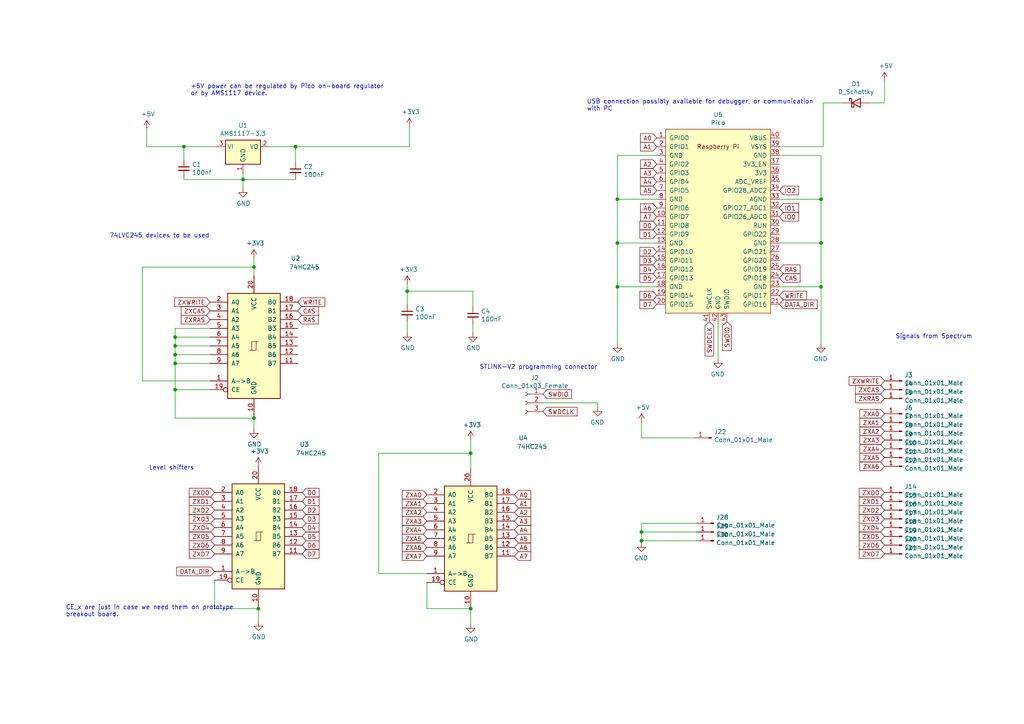
<source format=kicad_sch>
(kicad_sch (version 20231120) (generator "eeschema") (generator_version "8.0")
  (paper "A4")
  (title_block (date "2025-09-17") (comment 1 "https://github.com/blackjetrock/zx-spectrum-pico-memory") (comment 2 "This design originally by Andrew Menadue"))
  (lib_symbols
    (symbol "74xx:74HC245" (pin_names (offset 1.016))
      (property "Reference" "U" (at -7.62 16.51 0))
      (property "Value" "74HC245" (at -7.62 -16.51 0))
      (symbol "74HC245_1_0"
        (polyline (pts (xy -0.635 -1.27) (xy -0.635 1.27) (xy 0.635 1.27)))
        (polyline (pts (xy -1.27 -1.27) (xy 0.635 -1.27) (xy 0.635 1.27) (xy 1.27 1.27)))
        (pin input line (at -12.7 -10.16 0) (length 5.08) (name "A->B") (number "1"))
        (pin power_in line (at 0 -20.32 90) (length 5.08) (name "GND") (number "10"))
        (pin tri_state line (at 12.7 -5.08 180) (length 5.08) (name "B7") (number "11"))
        (pin tri_state line (at 12.7 -2.54 180) (length 5.08) (name "B6") (number "12"))
        (pin tri_state line (at 12.7 0 180) (length 5.08) (name "B5") (number "13"))
        (pin tri_state line (at 12.7 2.54 180) (length 5.08) (name "B4") (number "14"))
        (pin tri_state line (at 12.7 5.08 180) (length 5.08) (name "B3") (number "15"))
        (pin tri_state line (at 12.7 7.62 180) (length 5.08) (name "B2") (number "16"))
        (pin tri_state line (at 12.7 10.16 180) (length 5.08) (name "B1") (number "17"))
        (pin tri_state line (at 12.7 12.7 180) (length 5.08) (name "B0") (number "18"))
        (pin input inverted (at -12.7 -12.7 0) (length 5.08) (name "CE") (number "19"))
        (pin tri_state line (at -12.7 12.7 0) (length 5.08) (name "A0") (number "2"))
        (pin power_in line (at 0 20.32 270) (length 5.08) (name "VCC") (number "20"))
        (pin tri_state line (at -12.7 10.16 0) (length 5.08) (name "A1") (number "3"))
        (pin tri_state line (at -12.7 7.62 0) (length 5.08) (name "A2") (number "4"))
        (pin tri_state line (at -12.7 5.08 0) (length 5.08) (name "A3") (number "5"))
        (pin tri_state line (at -12.7 2.54 0) (length 5.08) (name "A4") (number "6"))
        (pin tri_state line (at -12.7 0 0) (length 5.08) (name "A5") (number "7"))
        (pin tri_state line (at -12.7 -2.54 0) (length 5.08) (name "A6") (number "8"))
        (pin tri_state line (at -12.7 -5.08 0) (length 5.08) (name "A7") (number "9"))
      )
      (symbol "74HC245_1_1"
        (rectangle (start -7.62 15.24) (end 7.62 -15.24) (stroke (width 0.254)) (fill (type background)))
      )
    )
    (symbol "Device:C_Small" (pin_numbers hide) (pin_names (offset 0.254) hide)
      (property "Reference" "C" (at 0.254 1.778 0))
      (property "Value" "C_Small" (at 0.254 -2.032 0))
      (symbol "C_Small_0_1"
        (polyline (pts (xy -1.524 -0.508) (xy 1.524 -0.508)) (stroke (width 0.3302)))
        (polyline (pts (xy -1.524 0.508) (xy 1.524 0.508)) (stroke (width 0.3048)))
      )
      (symbol "C_Small_1_1"
        (pin passive line (at 0 2.54 270) (length 2.032) (name "~") (number "1"))
        (pin passive line (at 0 -2.54 90) (length 2.032) (name "~") (number "2"))
      )
    )
    (symbol "Device:D_Schottky" (pin_numbers hide) (pin_names (offset 1.016) hide)
      (property "Reference" "D" (at 0 2.54 0))
      (property "Value" "D_Schottky" (at 0 -2.54 0))
      (symbol "D_Schottky_0_1"
        (polyline (pts (xy 1.27 0) (xy -1.27 0)))
        (polyline (pts (xy 1.27 1.27) (xy 1.27 -1.27) (xy -1.27 0) (xy 1.27 1.27)) (stroke (width 0.254)))
        (polyline (pts (xy -1.905 0.635) (xy -1.905 1.27) (xy -1.27 1.27) (xy -1.27 -1.27) (xy -0.635 -1.27) (xy -0.635 -0.635)) (stroke (width 0.254)))
      )
      (symbol "D_Schottky_1_1"
        (pin passive line (at -3.81 0 0) (length 2.54) (name "K") (number "1"))
        (pin passive line (at 3.81 0 180) (length 2.54) (name "A") (number "2"))
      )
    )
    (symbol "Regulator_Linear:AMS1117-3.3"
      (property "Reference" "U" (at -3.81 3.175 0))
      (property "Value" "AMS1117-3.3" (at 0 3.175 0))
      (symbol "AMS1117-3.3_0_1"
        (rectangle (start -5.08 -5.08) (end 5.08 1.905) (stroke (width 0.254)) (fill (type background)))
      )
      (symbol "AMS1117-3.3_1_1"
        (pin power_in line (at 0 -7.62 90) (length 2.54) (name "GND") (number "1"))
        (pin power_out line (at 7.62 0 180) (length 2.54) (name "VO") (number "2"))
        (pin power_in line (at -7.62 0 0) (length 2.54) (name "VI") (number "3"))
      )
    )
    (symbol "zx-memory-16-32-rescue:+3V3-power" (power) (pin_names (offset 0))
      (property "Value" "power_+3V3" (at 0 3.556 0))
      (symbol "+3V3-power_0_1"
        (polyline (pts (xy -0.762 1.27) (xy 0 2.54)))
        (polyline (pts (xy 0 0) (xy 0 2.54)))
        (polyline (pts (xy 0 2.54) (xy 0.762 1.27)))
      )
      (symbol "+3V3-power_1_1"
        (pin power_in line (at 0 0 90) (length 0) hide (name "+3V3") (number "1"))
      )
    )
    (symbol "zx-memory-16-32-rescue:+5V-power" (power) (pin_names (offset 0))
      (property "Value" "power_+5V" (at 0 3.556 0))
      (symbol "+5V-power_0_1"
        (polyline (pts (xy -0.762 1.27) (xy 0 2.54)))
        (polyline (pts (xy 0 0) (xy 0 2.54)))
        (polyline (pts (xy 0 2.54) (xy 0.762 1.27)))
      )
      (symbol "+5V-power_1_1"
        (pin power_in line (at 0 0 90) (length 0) hide (name "+5V") (number "1"))
      )
    )
    (symbol "zx-memory-16-32-rescue:Conn_01x01_Male-Connector" (pin_names (offset 1.016) hide)
      (property "Reference" "J" (at 0 2.54 0))
      (property "Value" "Connector_Conn_01x01_Male" (at 0 -2.54 0))
      (symbol "Conn_01x01_Male-Connector_1_1"
        (polyline (pts (xy 1.27 0) (xy 0.8636 0)) (stroke (width 0.1524)))
        (rectangle (start 0.8636 0.127) (end 0 -0.127) (stroke (width 0.1524)) (fill (type outline)))
        (pin passive line (at 5.08 0 180) (length 3.81) (name "Pin_1") (number "1"))
      )
    )
    (symbol "zx-memory-16-32-rescue:Conn_01x03_Female-Connector" (pin_names (offset 1.016) hide)
      (property "Reference" "J" (at 0 5.08 0))
      (property "Value" "Connector_Conn_01x03_Female" (at 0 -5.08 0))
      (symbol "Conn_01x03_Female-Connector_1_1"
        (arc (start 0 -2.032) (mid -0.508 -2.54) (end 0 -3.048) (stroke (width 0.1524)))
        (polyline (pts (xy -1.27 -2.54) (xy -0.508 -2.54)) (stroke (width 0.1524)))
        (polyline (pts (xy -1.27 0) (xy -0.508 0)) (stroke (width 0.1524)))
        (polyline (pts (xy -1.27 2.54) (xy -0.508 2.54)) (stroke (width 0.1524)))
        (arc (start 0 0.508) (mid -0.508 0) (end 0 -0.508) (stroke (width 0.1524)))
        (arc (start 0 3.048) (mid -0.508 2.54) (end 0 2.032) (stroke (width 0.1524)))
        (pin passive line (at -5.08 2.54 0) (length 3.81) (name "Pin_1") (number "1"))
        (pin passive line (at -5.08 0 0) (length 3.81) (name "Pin_2") (number "2"))
        (pin passive line (at -5.08 -2.54 0) (length 3.81) (name "Pin_3") (number "3"))
      )
    )
    (symbol "zx-memory-16-32-rescue:GND-power" (power) (pin_names (offset 0))
      (property "Value" "power_GND" (at 0 -3.81 0))
      (symbol "GND-power_0_1"
        (polyline (pts (xy 0 0) (xy 0 -1.27) (xy 1.27 -1.27) (xy 0 -2.54) (xy -1.27 -1.27) (xy 0 -1.27)))
      )
      (symbol "GND-power_1_1"
        (pin power_in line (at 0 0 270) (length 0) hide (name "GND") (number "1"))
      )
    )
    (symbol "zx-memory-16-32-rescue:Pico-rp2040" (pin_names (offset 1.016))
      (property "Reference" "U" (at -13.97 27.94 0))
      (property "Value" "rp2040_Pico" (at 0 19.05 0))
      (symbol "Pico-rp2040_0_0"
        (text "Raspberry Pi" (at 0 21.59 0) (effects (font (size 1.27 1.27))))
      )
      (symbol "Pico-rp2040_0_1"
        (rectangle (start -15.24 26.67) (end 15.24 -26.67) (fill (type background)))
      )
      (symbol "Pico-rp2040_1_1"
        (pin bidirectional line (at -17.78 24.13 0) (length 2.54) (name "GPIO0") (number "1"))
        (pin bidirectional line (at -17.78 1.27 0) (length 2.54) (name "GPIO7") (number "10"))
        (pin bidirectional line (at -17.78 -1.27 0) (length 2.54) (name "GPIO8") (number "11"))
        (pin bidirectional line (at -17.78 -3.81 0) (length 2.54) (name "GPIO9") (number "12"))
        (pin power_in line (at -17.78 -6.35 0) (length 2.54) (name "GND") (number "13"))
        (pin bidirectional line (at -17.78 -8.89 0) (length 2.54) (name "GPIO10") (number "14"))
        (pin bidirectional line (at -17.78 -11.43 0) (length 2.54) (name "GPIO11") (number "15"))
        (pin bidirectional line (at -17.78 -13.97 0) (length 2.54) (name "GPIO12") (number "16"))
        (pin bidirectional line (at -17.78 -16.51 0) (length 2.54) (name "GPIO13") (number "17"))
        (pin power_in line (at -17.78 -19.05 0) (length 2.54) (name "GND") (number "18"))
        (pin bidirectional line (at -17.78 -21.59 0) (length 2.54) (name "GPIO14") (number "19"))
        (pin bidirectional line (at -17.78 21.59 0) (length 2.54) (name "GPIO1") (number "2"))
        (pin bidirectional line (at -17.78 -24.13 0) (length 2.54) (name "GPIO15") (number "20"))
        (pin bidirectional line (at 17.78 -24.13 180) (length 2.54) (name "GPIO16") (number "21"))
        (pin bidirectional line (at 17.78 -21.59 180) (length 2.54) (name "GPIO17") (number "22"))
        (pin power_in line (at 17.78 -19.05 180) (length 2.54) (name "GND") (number "23"))
        (pin bidirectional line (at 17.78 -16.51 180) (length 2.54) (name "GPIO18") (number "24"))
        (pin bidirectional line (at 17.78 -13.97 180) (length 2.54) (name "GPIO19") (number "25"))
        (pin bidirectional line (at 17.78 -11.43 180) (length 2.54) (name "GPIO20") (number "26"))
        (pin bidirectional line (at 17.78 -8.89 180) (length 2.54) (name "GPIO21") (number "27"))
        (pin power_in line (at 17.78 -6.35 180) (length 2.54) (name "GND") (number "28"))
        (pin bidirectional line (at 17.78 -3.81 180) (length 2.54) (name "GPIO22") (number "29"))
        (pin power_in line (at -17.78 19.05 0) (length 2.54) (name "GND") (number "3"))
        (pin input line (at 17.78 -1.27 180) (length 2.54) (name "RUN") (number "30"))
        (pin bidirectional line (at 17.78 1.27 180) (length 2.54) (name "GPIO26_ADC0") (number "31"))
        (pin bidirectional line (at 17.78 3.81 180) (length 2.54) (name "GPIO27_ADC1") (number "32"))
        (pin power_in line (at 17.78 6.35 180) (length 2.54) (name "AGND") (number "33"))
        (pin bidirectional line (at 17.78 8.89 180) (length 2.54) (name "GPIO28_ADC2") (number "34"))
        (pin unspecified line (at 17.78 11.43 180) (length 2.54) (name "ADC_VREF") (number "35"))
        (pin unspecified line (at 17.78 13.97 180) (length 2.54) (name "3V3") (number "36"))
        (pin input line (at 17.78 16.51 180) (length 2.54) (name "3V3_EN") (number "37"))
        (pin bidirectional line (at 17.78 19.05 180) (length 2.54) (name "GND") (number "38"))
        (pin unspecified line (at 17.78 21.59 180) (length 2.54) (name "VSYS") (number "39"))
        (pin bidirectional line (at -17.78 16.51 0) (length 2.54) (name "GPIO2") (number "4"))
        (pin unspecified line (at 17.78 24.13 180) (length 2.54) (name "VBUS") (number "40"))
        (pin input line (at -2.54 -29.21 90) (length 2.54) (name "SWCLK") (number "41"))
        (pin power_in line (at 0 -29.21 90) (length 2.54) (name "GND") (number "42"))
        (pin bidirectional line (at 2.54 -29.21 90) (length 2.54) (name "SWDIO") (number "43"))
        (pin bidirectional line (at -17.78 13.97 0) (length 2.54) (name "GPIO3") (number "5"))
        (pin bidirectional line (at -17.78 11.43 0) (length 2.54) (name "GPIO4") (number "6"))
        (pin bidirectional line (at -17.78 8.89 0) (length 2.54) (name "GPIO5") (number "7"))
        (pin power_in line (at -17.78 6.35 0) (length 2.54) (name "GND") (number "8"))
        (pin bidirectional line (at -17.78 3.81 0) (length 2.54) (name "GPIO6") (number "9"))
      )
    )
  )
  (junction (at 136.525 176.53))
  (junction (at 238.125 57.785))
  (junction (at 74.93 176.53))
  (junction (at 85.725 42.545))
  (junction (at 186.055 154.305))
  (junction (at 50.8 105.41))
  (junction (at 50.8 113.03))
  (junction (at 179.07 70.485))
  (junction (at 136.525 131.445))
  (junction (at 179.07 57.785))
  (junction (at 50.8 100.33))
  (junction (at 73.66 121.285))
  (junction (at 73.66 77.47))
  (junction (at 70.485 52.07))
  (junction (at 238.125 83.185))
  (junction (at 53.34 42.545))
  (junction (at 179.07 83.185))
  (junction (at 50.8 102.87))
  (junction (at 238.125 70.485))
  (junction (at 118.11 84.455))
  (junction (at 50.8 97.79))
  (junction (at 186.055 156.845))
  (wire (pts (xy 41.275 77.47) (xy 41.275 110.49)))
  (wire (pts (xy 186.055 156.845) (xy 186.055 157.48)))
  (wire (pts (xy 109.855 131.445) (xy 136.525 131.445)))
  (wire (pts (xy 118.11 96.52) (xy 118.11 93.345)))
  (wire (pts (xy 70.485 54.61) (xy 70.485 52.07)))
  (wire (pts (xy 73.66 80.01) (xy 73.66 77.47)))
  (wire (pts (xy 50.8 100.33) (xy 50.8 102.87)))
  (wire (pts (xy 50.8 97.79) (xy 50.8 100.33)))
  (wire (pts (xy 238.76 29.845) (xy 238.76 42.545)))
  (wire (pts (xy 201.93 151.765) (xy 186.055 151.765)))
  (wire (pts (xy 62.23 176.53) (xy 74.93 176.53)))
  (wire (pts (xy 60.96 102.87) (xy 50.8 102.87)))
  (wire (pts (xy 201.93 154.305) (xy 186.055 154.305)))
  (wire (pts (xy 74.93 176.53) (xy 74.93 180.34)))
  (wire (pts (xy 60.96 110.49) (xy 41.275 110.49)))
  (wire (pts (xy 179.07 83.185) (xy 179.07 70.485)))
  (wire (pts (xy 60.96 95.25) (xy 50.8 95.25)))
  (wire (pts (xy 73.66 77.47) (xy 73.66 74.93)))
  (wire (pts (xy 60.96 113.03) (xy 50.8 113.03)))
  (wire (pts (xy 109.855 131.445) (xy 109.855 166.37)))
  (wire (pts (xy 137.16 96.52) (xy 137.16 93.98)))
  (wire (pts (xy 137.16 84.455) (xy 118.11 84.455)))
  (wire (pts (xy 41.275 77.47) (xy 73.66 77.47)))
  (wire (pts (xy 50.8 113.03) (xy 50.8 121.285)))
  (wire (pts (xy 42.545 42.545) (xy 53.34 42.545)))
  (wire (pts (xy 226.06 45.085) (xy 238.125 45.085)))
  (wire (pts (xy 201.93 156.845) (xy 186.055 156.845)))
  (wire (pts (xy 226.06 70.485) (xy 238.125 70.485)))
  (wire (pts (xy 73.66 121.285) (xy 73.66 124.46)))
  (wire (pts (xy 244.475 29.845) (xy 238.76 29.845)))
  (wire (pts (xy 118.745 36.83) (xy 118.745 42.545)))
  (wire (pts (xy 208.28 93.345) (xy 208.28 104.14)))
  (wire (pts (xy 53.34 42.545) (xy 62.865 42.545)))
  (wire (pts (xy 118.11 84.455) (xy 118.11 82.55)))
  (wire (pts (xy 201.295 127) (xy 186.055 127)))
  (wire (pts (xy 123.825 176.53) (xy 123.825 168.91)))
  (wire (pts (xy 50.8 121.285) (xy 73.66 121.285)))
  (wire (pts (xy 42.545 37.465) (xy 42.545 42.545)))
  (wire (pts (xy 179.07 99.695) (xy 179.07 83.185)))
  (wire (pts (xy 70.485 52.07) (xy 70.485 50.165)))
  (wire (pts (xy 85.725 42.545) (xy 118.745 42.545)))
  (wire (pts (xy 179.07 70.485) (xy 190.5 70.485)))
  (wire (pts (xy 85.725 42.545) (xy 78.105 42.545)))
  (wire (pts (xy 186.055 122.555) (xy 186.055 127)))
  (wire (pts (xy 60.96 100.33) (xy 50.8 100.33)))
  (wire (pts (xy 74.93 175.895) (xy 74.93 176.53)))
  (wire (pts (xy 50.8 95.25) (xy 50.8 97.79)))
  (wire (pts (xy 186.055 154.305) (xy 186.055 156.845)))
  (wire (pts (xy 186.055 151.765) (xy 186.055 154.305)))
  (wire (pts (xy 137.16 88.9) (xy 137.16 84.455)))
  (wire (pts (xy 238.125 70.485) (xy 238.125 57.785)))
  (wire (pts (xy 179.07 83.185) (xy 190.5 83.185)))
  (wire (pts (xy 53.34 52.07) (xy 53.34 51.435)))
  (wire (pts (xy 179.07 57.785) (xy 179.07 45.085)))
  (wire (pts (xy 136.525 176.53) (xy 136.525 180.975)))
  (wire (pts (xy 238.125 83.185) (xy 238.125 70.485)))
  (wire (pts (xy 73.66 120.65) (xy 73.66 121.285)))
  (wire (pts (xy 50.8 102.87) (xy 50.8 105.41)))
  (wire (pts (xy 60.96 105.41) (xy 50.8 105.41)))
  (wire (pts (xy 136.525 176.53) (xy 123.825 176.53)))
  (wire (pts (xy 85.725 46.99) (xy 85.725 42.545)))
  (wire (pts (xy 179.07 45.085) (xy 190.5 45.085)))
  (wire (pts (xy 123.825 166.37) (xy 109.855 166.37)))
  (wire (pts (xy 85.725 52.07) (xy 70.485 52.07)))
  (wire (pts (xy 50.8 97.79) (xy 60.96 97.79)))
  (wire (pts (xy 136.525 135.89) (xy 136.525 131.445)))
  (wire (pts (xy 226.06 57.785) (xy 238.125 57.785)))
  (wire (pts (xy 173.355 116.84) (xy 157.48 116.84)))
  (wire (pts (xy 70.485 52.07) (xy 53.34 52.07)))
  (wire (pts (xy 53.34 46.355) (xy 53.34 42.545)))
  (wire (pts (xy 256.54 29.845) (xy 252.095 29.845)))
  (wire (pts (xy 238.125 57.785) (xy 238.125 45.085)))
  (wire (pts (xy 118.11 88.265) (xy 118.11 84.455)))
  (wire (pts (xy 173.355 118.11) (xy 173.355 116.84)))
  (wire (pts (xy 50.8 105.41) (xy 50.8 113.03)))
  (wire (pts (xy 179.07 70.485) (xy 179.07 57.785)))
  (wire (pts (xy 238.125 99.695) (xy 238.125 83.185)))
  (wire (pts (xy 238.76 42.545) (xy 226.06 42.545)))
  (wire (pts (xy 136.525 131.445) (xy 136.525 127.635)))
  (wire (pts (xy 62.23 168.275) (xy 62.23 176.53)))
  (wire (pts (xy 226.06 83.185) (xy 238.125 83.185)))
  (wire (pts (xy 179.07 57.785) (xy 190.5 57.785)))
  (wire (pts (xy 256.54 23.495) (xy 256.54 29.845)))
  (text "USB connection possibly available for debugger, or communication\nwith PC" (at 170.18 32.385 0) (effects (font (size 1.27 1.27)) (justify left bottom)))
  (text "STLINK-V2 programming connector" (at 139.065 107.315 0) (effects (font (size 1.27 1.27)) (justify left bottom)))
  (text "Signals from Spectrum\n" (at 259.715 98.425 0) (effects (font (size 1.27 1.27)) (justify left bottom)))
  (text "+5V power can be regulated by Pico on-board regulator\nor by AMS1117 device." (at 55.245 27.94 0) (effects (font (size 1.27 1.27)) (justify left bottom)))
  (text "CE_x are just in case we need them on prototype\nbreakout board." (at 19.05 179.07 0) (effects (font (size 1.27 1.27)) (justify left bottom)))
  (text "Level shifters\n" (at 43.18 136.525 0) (effects (font (size 1.27 1.27)) (justify left bottom)))
  (text "74LVC245 devices to be used" (at 31.75 69.215 0) (effects (font (size 1.27 1.27)) (justify left bottom)))
  (global_label "IO1" (shape input) (at 226.06 60.325 0) (property "Intersheetrefs" "${INTERSHEET_REFS}" (effects (hide yes))))
  (global_label "ZXRAS" (shape input) (at 256.54 115.57 180) (property "Intersheetrefs" "${INTERSHEET_REFS}" (effects (hide yes))))
  (global_label "A0" (shape input) (at 149.225 143.51 0) (property "Intersheetrefs" "${INTERSHEET_REFS}" (effects (hide yes))))
  (global_label "A5" (shape input) (at 190.5 55.245 180) (property "Intersheetrefs" "${INTERSHEET_REFS}" (effects (hide yes))))
  (global_label "ZXD0" (shape input) (at 256.54 142.875 180) (property "Intersheetrefs" "${INTERSHEET_REFS}" (effects (hide yes))))
  (global_label "SWDCLK" (shape input) (at 157.48 119.38 0) (property "Intersheetrefs" "${INTERSHEET_REFS}" (effects (hide yes))))
  (global_label "IO2" (shape input) (at 226.06 55.245 0) (property "Intersheetrefs" "${INTERSHEET_REFS}" (effects (hide yes))))
  (global_label "A5" (shape input) (at 149.225 156.21 0) (property "Intersheetrefs" "${INTERSHEET_REFS}" (effects (hide yes))))
  (global_label "DATA_DIR" (shape input) (at 62.23 165.735 180) (property "Intersheetrefs" "${INTERSHEET_REFS}" (effects (hide yes))))
  (global_label "A4" (shape input) (at 190.5 52.705 180) (property "Intersheetrefs" "${INTERSHEET_REFS}" (effects (hide yes))))
  (global_label "ZXD2" (shape input) (at 256.54 147.955 180) (property "Intersheetrefs" "${INTERSHEET_REFS}" (effects (hide yes))))
  (global_label "ZXA6" (shape input) (at 123.825 158.75 180) (property "Intersheetrefs" "${INTERSHEET_REFS}" (effects (hide yes))))
  (global_label "A6" (shape input) (at 190.5 60.325 180) (property "Intersheetrefs" "${INTERSHEET_REFS}" (effects (hide yes))))
  (global_label "RAS" (shape input) (at 226.06 78.105 0) (property "Intersheetrefs" "${INTERSHEET_REFS}" (effects (hide yes))))
  (global_label "D3" (shape input) (at 190.5 75.565 180) (property "Intersheetrefs" "${INTERSHEET_REFS}" (effects (hide yes))))
  (global_label "ZXD7" (shape input) (at 256.54 160.655 180) (property "Intersheetrefs" "${INTERSHEET_REFS}" (effects (hide yes))))
  (global_label "CAS" (shape input) (at 226.06 80.645 0) (property "Intersheetrefs" "${INTERSHEET_REFS}" (effects (hide yes))))
  (global_label "ZXD2" (shape input) (at 62.23 147.955 180) (property "Intersheetrefs" "${INTERSHEET_REFS}" (effects (hide yes))))
  (global_label "D0" (shape input) (at 190.5 65.405 180) (property "Intersheetrefs" "${INTERSHEET_REFS}" (effects (hide yes))))
  (global_label "ZXD4" (shape input) (at 256.54 153.035 180) (property "Intersheetrefs" "${INTERSHEET_REFS}" (effects (hide yes))))
  (global_label "ZXA3" (shape input) (at 256.54 127.635 180) (property "Intersheetrefs" "${INTERSHEET_REFS}" (effects (hide yes))))
  (global_label "SWDIO" (shape input) (at 210.82 93.345 270) (property "Intersheetrefs" "${INTERSHEET_REFS}" (effects (hide yes))))
  (global_label "ZXD3" (shape input) (at 62.23 150.495 180) (property "Intersheetrefs" "${INTERSHEET_REFS}" (effects (hide yes))))
  (global_label "SWDIO" (shape input) (at 157.48 114.3 0) (property "Intersheetrefs" "${INTERSHEET_REFS}" (effects (hide yes))))
  (global_label "ZXCAS" (shape input) (at 256.54 113.03 180) (property "Intersheetrefs" "${INTERSHEET_REFS}" (effects (hide yes))))
  (global_label "D7" (shape input) (at 190.5 88.265 180) (property "Intersheetrefs" "${INTERSHEET_REFS}" (effects (hide yes))))
  (global_label "ZXA4" (shape input) (at 123.825 153.67 180) (property "Intersheetrefs" "${INTERSHEET_REFS}" (effects (hide yes))))
  (global_label "D2" (shape input) (at 190.5 73.025 180) (property "Intersheetrefs" "${INTERSHEET_REFS}" (effects (hide yes))))
  (global_label "ZXD5" (shape input) (at 256.54 155.575 180) (property "Intersheetrefs" "${INTERSHEET_REFS}" (effects (hide yes))))
  (global_label "D1" (shape input) (at 87.63 145.415 0) (property "Intersheetrefs" "${INTERSHEET_REFS}" (effects (hide yes))))
  (global_label "ZXD4" (shape input) (at 62.23 153.035 180) (property "Intersheetrefs" "${INTERSHEET_REFS}" (effects (hide yes))))
  (global_label "IO0" (shape input) (at 226.06 62.865 0) (property "Intersheetrefs" "${INTERSHEET_REFS}" (effects (hide yes))))
  (global_label "ZXA4" (shape input) (at 256.54 130.175 180) (property "Intersheetrefs" "${INTERSHEET_REFS}" (effects (hide yes))))
  (global_label "A1" (shape input) (at 149.225 146.05 0) (property "Intersheetrefs" "${INTERSHEET_REFS}" (effects (hide yes))))
  (global_label "ZXA1" (shape input) (at 123.825 146.05 180) (property "Intersheetrefs" "${INTERSHEET_REFS}" (effects (hide yes))))
  (global_label "ZXD1" (shape input) (at 62.23 145.415 180) (property "Intersheetrefs" "${INTERSHEET_REFS}" (effects (hide yes))))
  (global_label "ZXD5" (shape input) (at 62.23 155.575 180) (property "Intersheetrefs" "${INTERSHEET_REFS}" (effects (hide yes))))
  (global_label "ZXA0" (shape input) (at 256.54 120.015 180) (property "Intersheetrefs" "${INTERSHEET_REFS}" (effects (hide yes))))
  (global_label "ZXD6" (shape input) (at 62.23 158.115 180) (property "Intersheetrefs" "${INTERSHEET_REFS}" (effects (hide yes))))
  (global_label "D7" (shape input) (at 87.63 160.655 0) (property "Intersheetrefs" "${INTERSHEET_REFS}" (effects (hide yes))))
  (global_label "A1" (shape input) (at 190.5 42.545 180) (property "Intersheetrefs" "${INTERSHEET_REFS}" (effects (hide yes))))
  (global_label "D5" (shape input) (at 190.5 80.645 180) (property "Intersheetrefs" "${INTERSHEET_REFS}" (effects (hide yes))))
  (global_label "ZXA3" (shape input) (at 123.825 151.13 180) (property "Intersheetrefs" "${INTERSHEET_REFS}" (effects (hide yes))))
  (global_label "WRITE" (shape input) (at 226.06 85.725 0) (property "Intersheetrefs" "${INTERSHEET_REFS}" (effects (hide yes))))
  (global_label "A2" (shape input) (at 190.5 47.625 180) (property "Intersheetrefs" "${INTERSHEET_REFS}" (effects (hide yes))))
  (global_label "SWDCLK" (shape input) (at 205.74 93.345 270) (property "Intersheetrefs" "${INTERSHEET_REFS}" (effects (hide yes))))
  (global_label "ZXWRITE" (shape input) (at 256.54 110.49 180) (property "Intersheetrefs" "${INTERSHEET_REFS}" (effects (hide yes))))
  (global_label "RAS" (shape input) (at 86.36 92.71 0) (property "Intersheetrefs" "${INTERSHEET_REFS}" (effects (hide yes))))
  (global_label "A3" (shape input) (at 149.225 151.13 0) (property "Intersheetrefs" "${INTERSHEET_REFS}" (effects (hide yes))))
  (global_label "ZXA5" (shape input) (at 123.825 156.21 180) (property "Intersheetrefs" "${INTERSHEET_REFS}" (effects (hide yes))))
  (global_label "A3" (shape input) (at 190.5 50.165 180) (property "Intersheetrefs" "${INTERSHEET_REFS}" (effects (hide yes))))
  (global_label "ZXA5" (shape input) (at 256.54 132.715 180) (property "Intersheetrefs" "${INTERSHEET_REFS}" (effects (hide yes))))
  (global_label "D5" (shape input) (at 87.63 155.575 0) (property "Intersheetrefs" "${INTERSHEET_REFS}" (effects (hide yes))))
  (global_label "ZXA0" (shape input) (at 123.825 143.51 180) (property "Intersheetrefs" "${INTERSHEET_REFS}" (effects (hide yes))))
  (global_label "ZXD7" (shape input) (at 62.23 160.655 180) (property "Intersheetrefs" "${INTERSHEET_REFS}" (effects (hide yes))))
  (global_label "A6" (shape input) (at 149.225 158.75 0) (property "Intersheetrefs" "${INTERSHEET_REFS}" (effects (hide yes))))
  (global_label "ZXA7" (shape input) (at 123.825 161.29 180) (property "Intersheetrefs" "${INTERSHEET_REFS}" (effects (hide yes))))
  (global_label "D3" (shape input) (at 87.63 150.495 0) (property "Intersheetrefs" "${INTERSHEET_REFS}" (effects (hide yes))))
  (global_label "D2" (shape input) (at 87.63 147.955 0) (property "Intersheetrefs" "${INTERSHEET_REFS}" (effects (hide yes))))
  (global_label "A7" (shape input) (at 190.5 62.865 180) (property "Intersheetrefs" "${INTERSHEET_REFS}" (effects (hide yes))))
  (global_label "ZXCAS" (shape input) (at 60.96 90.17 180) (property "Intersheetrefs" "${INTERSHEET_REFS}" (effects (hide yes))))
  (global_label "D4" (shape input) (at 190.5 78.105 180) (property "Intersheetrefs" "${INTERSHEET_REFS}" (effects (hide yes))))
  (global_label "CAS" (shape input) (at 86.36 90.17 0) (property "Intersheetrefs" "${INTERSHEET_REFS}" (effects (hide yes))))
  (global_label "ZXA1" (shape input) (at 256.54 122.555 180) (property "Intersheetrefs" "${INTERSHEET_REFS}" (effects (hide yes))))
  (global_label "D1" (shape input) (at 190.5 67.945 180) (property "Intersheetrefs" "${INTERSHEET_REFS}" (effects (hide yes))))
  (global_label "ZXD3" (shape input) (at 256.54 150.495 180) (property "Intersheetrefs" "${INTERSHEET_REFS}" (effects (hide yes))))
  (global_label "ZXWRITE" (shape input) (at 60.96 87.63 180) (property "Intersheetrefs" "${INTERSHEET_REFS}" (effects (hide yes))))
  (global_label "ZXRAS" (shape input) (at 60.96 92.71 180) (property "Intersheetrefs" "${INTERSHEET_REFS}" (effects (hide yes))))
  (global_label "A2" (shape input) (at 149.225 148.59 0) (property "Intersheetrefs" "${INTERSHEET_REFS}" (effects (hide yes))))
  (global_label "A4" (shape input) (at 149.225 153.67 0) (property "Intersheetrefs" "${INTERSHEET_REFS}" (effects (hide yes))))
  (global_label "DATA_DIR" (shape input) (at 226.06 88.265 0) (property "Intersheetrefs" "${INTERSHEET_REFS}" (effects (hide yes))))
  (global_label "WRITE" (shape input) (at 86.36 87.63 0) (property "Intersheetrefs" "${INTERSHEET_REFS}" (effects (hide yes))))
  (global_label "D4" (shape input) (at 87.63 153.035 0) (property "Intersheetrefs" "${INTERSHEET_REFS}" (effects (hide yes))))
  (global_label "ZXD0" (shape input) (at 62.23 142.875 180) (property "Intersheetrefs" "${INTERSHEET_REFS}" (effects (hide yes))))
  (global_label "ZXD1" (shape input) (at 256.54 145.415 180) (property "Intersheetrefs" "${INTERSHEET_REFS}" (effects (hide yes))))
  (global_label "ZXD6" (shape input) (at 256.54 158.115 180) (property "Intersheetrefs" "${INTERSHEET_REFS}" (effects (hide yes))))
  (global_label "ZXA6" (shape input) (at 256.54 135.255 180) (property "Intersheetrefs" "${INTERSHEET_REFS}" (effects (hide yes))))
  (global_label "A0" (shape input) (at 190.5 40.005 180) (property "Intersheetrefs" "${INTERSHEET_REFS}" (effects (hide yes))))
  (global_label "ZXA2" (shape input) (at 256.54 125.095 180) (property "Intersheetrefs" "${INTERSHEET_REFS}" (effects (hide yes))))
  (global_label "ZXA2" (shape input) (at 123.825 148.59 180) (property "Intersheetrefs" "${INTERSHEET_REFS}" (effects (hide yes))))
  (global_label "D0" (shape input) (at 87.63 142.875 0) (property "Intersheetrefs" "${INTERSHEET_REFS}" (effects (hide yes))))
  (global_label "A7" (shape input) (at 149.225 161.29 0) (property "Intersheetrefs" "${INTERSHEET_REFS}" (effects (hide yes))))
  (global_label "D6" (shape input) (at 190.5 85.725 180) (property "Intersheetrefs" "${INTERSHEET_REFS}" (effects (hide yes))))
  (global_label "D6" (shape input) (at 87.63 158.115 0) (property "Intersheetrefs" "${INTERSHEET_REFS}" (effects (hide yes))))
  (symbol (lib_id "zx-memory-16-32-rescue:Pico-rp2040") (at 208.28 64.135 0) (unit 1)
    (property "Reference" "U5" (at 208.28 33.274 0))
    (property "Value" "Pico" (at 208.28 35.5854 0))
    (property "Footprint" "rp2040:RPi_Pico_SMD_TH" (effects (hide yes)))
  )
  (symbol (lib_id "Regulator_Linear:AMS1117-3.3") (at 70.485 42.545 0) (unit 1)
    (property "Reference" "U1" (at 70.485 36.3982 0))
    (property "Value" "AMS1117-3.3" (at 70.485 38.7096 0))
    (property "Footprint" "Package_TO_SOT_SMD:SOT-223-3_TabPin2" (effects (hide yes)))
    (property "Datasheet" "http://www.advanced-monolithic.com/pdf/ds1117.pdf" (effects (hide yes)))
  )
  (symbol (lib_id "74xx:74HC245") (at 73.66 100.33 0) (unit 1)
    (property "Reference" "U2" (at 85.725 74.93 0))
    (property "Value" "74HC245" (at 88.265 77.47 0))
    (property "Footprint" "Package_SO:TSSOP-20_4.4x6.5mm_P0.65mm" (effects (hide yes)))
    (property "Datasheet" "http://www.ti.com/lit/gpn/sn74HC245" (effects (hide yes)))
  )
  (symbol (lib_id "74xx:74HC245") (at 74.93 155.575 0) (unit 1)
    (property "Reference" "U3" (at 88.265 128.905 0))
    (property "Value" "74HC245" (at 90.17 131.445 0))
    (property "Footprint" "Package_SO:TSSOP-20_4.4x6.5mm_P0.65mm" (effects (hide yes)))
    (property "Datasheet" "http://www.ti.com/lit/gpn/sn74HC245" (effects (hide yes)))
  )
  (symbol (lib_id "zx-memory-16-32-rescue:GND-power") (at 74.93 180.34 0) (unit 1)
    (property "Reference" "#PWR0101" (effects (hide yes)))
    (property "Value" "GND" (at 75.057 184.7342 0))
  )
  (symbol (lib_id "zx-memory-16-32-rescue:GND-power") (at 73.66 124.46 0) (unit 1)
    (property "Reference" "#PWR0102" (effects (hide yes)))
    (property "Value" "GND" (at 73.787 128.8542 0))
  )
  (symbol (lib_id "zx-memory-16-32-rescue:GND-power") (at 70.485 54.61 0) (unit 1)
    (property "Reference" "#PWR0107" (effects (hide yes)))
    (property "Value" "GND" (at 70.612 59.0042 0))
  )
  (symbol (lib_id "zx-memory-16-32-rescue:GND-power") (at 179.07 99.695 0) (unit 1)
    (property "Reference" "#PWR0103" (effects (hide yes)))
    (property "Value" "GND" (at 179.197 104.0892 0))
  )
  (symbol (lib_id "zx-memory-16-32-rescue:GND-power") (at 238.125 99.695 0) (mirror y) (unit 1)
    (property "Reference" "#PWR0104" (effects (hide yes)))
    (property "Value" "GND" (at 237.998 104.0892 0))
  )
  (symbol (lib_id "zx-memory-16-32-rescue:+5V-power") (at 256.54 23.495 0) (unit 1)
    (property "Reference" "#PWR0105" (effects (hide yes)))
    (property "Value" "+5V" (at 256.921 19.1008 0))
  )
  (symbol (lib_id "zx-memory-16-32-rescue:+3V3-power") (at 118.745 36.83 0) (unit 1)
    (property "Reference" "#PWR0106" (effects (hide yes)))
    (property "Value" "+3V3" (at 119.126 32.4358 0))
  )
  (symbol (lib_id "Device:D_Schottky") (at 248.285 29.845 0) (unit 1)
    (property "Reference" "D1" (at 248.285 24.3332 0))
    (property "Value" "D_Schottky" (at 248.285 26.6446 0))
    (property "Footprint" "Diode_SMD:D_SOD-323_HandSoldering" (effects (hide yes)))
  )
  (symbol (lib_id "zx-memory-16-32-rescue:+3V3-power") (at 73.66 74.93 0) (unit 1)
    (property "Reference" "#PWR0108" (effects (hide yes)))
    (property "Value" "+3V3" (at 74.041 70.5358 0))
  )
  (symbol (lib_id "zx-memory-16-32-rescue:+3V3-power") (at 74.93 135.255 0) (unit 1)
    (property "Reference" "#PWR0109" (effects (hide yes)))
    (property "Value" "+3V3" (at 75.311 130.8608 0))
  )
  (symbol (lib_id "zx-memory-16-32-rescue:+5V-power") (at 42.545 37.465 0) (unit 1)
    (property "Reference" "#PWR0110" (effects (hide yes)))
    (property "Value" "+5V" (at 42.926 33.0708 0))
  )
  (symbol (lib_id "Device:C_Small") (at 85.725 49.53 0) (unit 1)
    (property "Reference" "C2" (at 88.0618 48.3616 0) (effects (justify left)))
    (property "Value" "100nF" (at 88.0618 50.673 0) (effects (justify left)))
    (property "Footprint" "Capacitor_SMD:C_0805_2012Metric_Pad1.18x1.45mm_HandSolder" (effects (hide yes)))
  )
  (symbol (lib_id "Device:C_Small") (at 53.34 48.895 0) (unit 1)
    (property "Reference" "C1" (at 55.6768 47.7266 0) (effects (justify left)))
    (property "Value" "100nf" (at 55.6768 50.038 0) (effects (justify left)))
    (property "Footprint" "Capacitor_SMD:C_0805_2012Metric_Pad1.18x1.45mm_HandSolder" (effects (hide yes)))
  )
  (symbol (lib_id "Device:C_Small") (at 118.11 90.805 0) (unit 1)
    (property "Reference" "C3" (at 120.4468 89.6366 0) (effects (justify left)))
    (property "Value" "100nF" (at 120.4468 91.948 0) (effects (justify left)))
    (property "Footprint" "Capacitor_SMD:C_0805_2012Metric_Pad1.18x1.45mm_HandSolder" (effects (hide yes)))
  )
  (symbol (lib_id "Device:C_Small") (at 137.16 91.44 0) (unit 1)
    (property "Reference" "C4" (at 139.4968 90.2716 0) (effects (justify left)))
    (property "Value" "100nF" (at 139.4968 92.583 0) (effects (justify left)))
    (property "Footprint" "Capacitor_SMD:C_0805_2012Metric_Pad1.18x1.45mm_HandSolder" (effects (hide yes)))
  )
  (symbol (lib_id "zx-memory-16-32-rescue:GND-power") (at 118.11 96.52 0) (unit 1)
    (property "Reference" "#PWR0113" (effects (hide yes)))
    (property "Value" "GND" (at 118.237 100.9142 0))
  )
  (symbol (lib_id "zx-memory-16-32-rescue:GND-power") (at 137.16 96.52 0) (unit 1)
    (property "Reference" "#PWR0114" (effects (hide yes)))
    (property "Value" "GND" (at 137.287 100.9142 0))
  )
  (symbol (lib_id "zx-memory-16-32-rescue:+3V3-power") (at 118.11 82.55 0) (unit 1)
    (property "Reference" "#PWR0116" (effects (hide yes)))
    (property "Value" "+3V3" (at 118.491 78.1558 0))
  )
  (symbol (lib_id "74xx:74HC245") (at 136.525 156.21 0) (unit 1)
    (property "Reference" "U4" (at 151.765 127 0))
    (property "Value" "74HC245" (at 154.305 129.54 0))
    (property "Footprint" "Package_SO:TSSOP-20_4.4x6.5mm_P0.65mm" (effects (hide yes)))
    (property "Datasheet" "http://www.ti.com/lit/gpn/sn74HC245" (effects (hide yes)))
  )
  (symbol (lib_id "zx-memory-16-32-rescue:GND-power") (at 136.525 180.975 0) (unit 1)
    (property "Reference" "#PWR0117" (effects (hide yes)))
    (property "Value" "GND" (at 136.652 185.3692 0))
  )
  (symbol (lib_id "zx-memory-16-32-rescue:+3V3-power") (at 136.525 127.635 0) (unit 1)
    (property "Reference" "#PWR0118" (effects (hide yes)))
    (property "Value" "+3V3" (at 136.906 123.2408 0))
  )
  (symbol (lib_id "zx-memory-16-32-rescue:GND-power") (at 208.28 104.14 0) (mirror y) (unit 1)
    (property "Reference" "#PWR0119" (effects (hide yes)))
    (property "Value" "GND" (at 208.153 108.5342 0))
  )
  (symbol (lib_id "zx-memory-16-32-rescue:Conn_01x03_Female-Connector") (at 152.4 116.84 0) (mirror y) (unit 1)
    (property "Reference" "J2" (at 155.1432 109.601 0))
    (property "Value" "Conn_01x03_Female" (at 155.1432 111.9124 0))
    (property "Footprint" "Connector_PinHeader_2.54mm:PinHeader_1x03_P2.54mm_Vertical" (effects (hide yes)))
  )
  (symbol (lib_id "zx-memory-16-32-rescue:GND-power") (at 173.355 118.11 0) (mirror y) (unit 1)
    (property "Reference" "#PWR0120" (effects (hide yes)))
    (property "Value" "GND" (at 173.228 122.5042 0))
  )
  (symbol (lib_id "zx-memory-16-32-rescue:Conn_01x01_Male-Connector") (at 261.62 120.015 180) (unit 1)
    (property "Reference" "J6" (at 262.3312 118.2878 0) (effects (justify right)))
    (property "Value" "Conn_01x01_Male" (at 262.3312 120.5992 0) (effects (justify right)))
    (property "Footprint" "Connector_PinHeader_2.00mm:PinHeader_1x01_P2.00mm_Vertical" (effects (hide yes)))
  )
  (symbol (lib_id "zx-memory-16-32-rescue:Conn_01x01_Male-Connector") (at 261.62 122.555 180) (unit 1)
    (property "Reference" "J7" (at 262.3312 120.8278 0) (effects (justify right)))
    (property "Value" "Conn_01x01_Male" (at 262.3312 123.1392 0) (effects (justify right)))
    (property "Footprint" "Connector_PinHeader_2.00mm:PinHeader_1x01_P2.00mm_Vertical" (effects (hide yes)))
  )
  (symbol (lib_id "zx-memory-16-32-rescue:Conn_01x01_Male-Connector") (at 261.62 125.095 180) (unit 1)
    (property "Reference" "J8" (at 262.3312 123.3678 0) (effects (justify right)))
    (property "Value" "Conn_01x01_Male" (at 262.3312 125.6792 0) (effects (justify right)))
    (property "Footprint" "Connector_PinHeader_2.00mm:PinHeader_1x01_P2.00mm_Vertical" (effects (hide yes)))
  )
  (symbol (lib_id "zx-memory-16-32-rescue:Conn_01x01_Male-Connector") (at 261.62 127.635 180) (unit 1)
    (property "Reference" "J9" (at 262.3312 125.9078 0) (effects (justify right)))
    (property "Value" "Conn_01x01_Male" (at 262.3312 128.2192 0) (effects (justify right)))
    (property "Footprint" "Connector_PinHeader_2.00mm:PinHeader_1x01_P2.00mm_Vertical" (effects (hide yes)))
  )
  (symbol (lib_id "zx-memory-16-32-rescue:Conn_01x01_Male-Connector") (at 261.62 130.175 180) (unit 1)
    (property "Reference" "J10" (at 262.3312 128.4478 0) (effects (justify right)))
    (property "Value" "Conn_01x01_Male" (at 262.3312 130.7592 0) (effects (justify right)))
    (property "Footprint" "Connector_PinHeader_2.00mm:PinHeader_1x01_P2.00mm_Vertical" (effects (hide yes)))
  )
  (symbol (lib_id "zx-memory-16-32-rescue:Conn_01x01_Male-Connector") (at 261.62 132.715 180) (unit 1)
    (property "Reference" "J11" (at 262.3312 130.9878 0) (effects (justify right)))
    (property "Value" "Conn_01x01_Male" (at 262.3312 133.2992 0) (effects (justify right)))
    (property "Footprint" "Connector_PinHeader_2.00mm:PinHeader_1x01_P2.00mm_Vertical" (effects (hide yes)))
  )
  (symbol (lib_id "zx-memory-16-32-rescue:Conn_01x01_Male-Connector") (at 261.62 135.255 180) (unit 1)
    (property "Reference" "J12" (at 262.3312 133.5278 0) (effects (justify right)))
    (property "Value" "Conn_01x01_Male" (at 262.3312 135.8392 0) (effects (justify right)))
    (property "Footprint" "Connector_PinHeader_2.00mm:PinHeader_1x01_P2.00mm_Vertical" (effects (hide yes)))
  )
  (symbol (lib_id "zx-memory-16-32-rescue:Conn_01x01_Male-Connector") (at 261.62 142.875 180) (unit 1)
    (property "Reference" "J14" (at 262.3312 141.1478 0) (effects (justify right)))
    (property "Value" "Conn_01x01_Male" (at 262.3312 143.4592 0) (effects (justify right)))
    (property "Footprint" "Connector_PinHeader_2.00mm:PinHeader_1x01_P2.00mm_Vertical" (effects (hide yes)))
  )
  (symbol (lib_id "zx-memory-16-32-rescue:Conn_01x01_Male-Connector") (at 261.62 145.415 180) (unit 1)
    (property "Reference" "J15" (at 262.3312 143.6878 0) (effects (justify right)))
    (property "Value" "Conn_01x01_Male" (at 262.3312 145.9992 0) (effects (justify right)))
    (property "Footprint" "Connector_PinHeader_2.00mm:PinHeader_1x01_P2.00mm_Vertical" (effects (hide yes)))
  )
  (symbol (lib_id "zx-memory-16-32-rescue:Conn_01x01_Male-Connector") (at 261.62 147.955 180) (unit 1)
    (property "Reference" "J16" (at 262.3312 146.2278 0) (effects (justify right)))
    (property "Value" "Conn_01x01_Male" (at 262.3312 148.5392 0) (effects (justify right)))
    (property "Footprint" "Connector_PinHeader_2.00mm:PinHeader_1x01_P2.00mm_Vertical" (effects (hide yes)))
  )
  (symbol (lib_id "zx-memory-16-32-rescue:Conn_01x01_Male-Connector") (at 261.62 150.495 180) (unit 1)
    (property "Reference" "J17" (at 262.3312 148.7678 0) (effects (justify right)))
    (property "Value" "Conn_01x01_Male" (at 262.3312 151.0792 0) (effects (justify right)))
    (property "Footprint" "Connector_PinHeader_2.00mm:PinHeader_1x01_P2.00mm_Vertical" (effects (hide yes)))
  )
  (symbol (lib_id "zx-memory-16-32-rescue:Conn_01x01_Male-Connector") (at 261.62 153.035 180) (unit 1)
    (property "Reference" "J18" (at 262.3312 151.3078 0) (effects (justify right)))
    (property "Value" "Conn_01x01_Male" (at 262.3312 153.6192 0) (effects (justify right)))
    (property "Footprint" "Connector_PinHeader_2.00mm:PinHeader_1x01_P2.00mm_Vertical" (effects (hide yes)))
  )
  (symbol (lib_id "zx-memory-16-32-rescue:Conn_01x01_Male-Connector") (at 261.62 155.575 180) (unit 1)
    (property "Reference" "J19" (at 262.3312 153.8478 0) (effects (justify right)))
    (property "Value" "Conn_01x01_Male" (at 262.3312 156.1592 0) (effects (justify right)))
    (property "Footprint" "Connector_PinHeader_2.00mm:PinHeader_1x01_P2.00mm_Vertical" (effects (hide yes)))
  )
  (symbol (lib_id "zx-memory-16-32-rescue:Conn_01x01_Male-Connector") (at 261.62 158.115 180) (unit 1)
    (property "Reference" "J20" (at 262.3312 156.3878 0) (effects (justify right)))
    (property "Value" "Conn_01x01_Male" (at 262.3312 158.6992 0) (effects (justify right)))
    (property "Footprint" "Connector_PinHeader_2.00mm:PinHeader_1x01_P2.00mm_Vertical" (effects (hide yes)))
  )
  (symbol (lib_id "zx-memory-16-32-rescue:Conn_01x01_Male-Connector") (at 261.62 160.655 180) (unit 1)
    (property "Reference" "J21" (at 262.3312 158.9278 0) (effects (justify right)))
    (property "Value" "Conn_01x01_Male" (at 262.3312 161.2392 0) (effects (justify right)))
    (property "Footprint" "Connector_PinHeader_2.00mm:PinHeader_1x01_P2.00mm_Vertical" (effects (hide yes)))
  )
  (symbol (lib_id "zx-memory-16-32-rescue:Conn_01x01_Male-Connector") (at 261.62 110.49 180) (unit 1)
    (property "Reference" "J3" (at 262.3312 108.7628 0) (effects (justify right)))
    (property "Value" "Conn_01x01_Male" (at 262.3312 111.0742 0) (effects (justify right)))
    (property "Footprint" "Connector_PinHeader_2.00mm:PinHeader_1x01_P2.00mm_Vertical" (effects (hide yes)))
  )
  (symbol (lib_id "zx-memory-16-32-rescue:Conn_01x01_Male-Connector") (at 261.62 113.03 180) (unit 1)
    (property "Reference" "J4" (at 262.3312 111.3028 0) (effects (justify right)))
    (property "Value" "Conn_01x01_Male" (at 262.3312 113.6142 0) (effects (justify right)))
    (property "Footprint" "Connector_PinHeader_2.00mm:PinHeader_1x01_P2.00mm_Vertical" (effects (hide yes)))
  )
  (symbol (lib_id "zx-memory-16-32-rescue:Conn_01x01_Male-Connector") (at 261.62 115.57 180) (unit 1)
    (property "Reference" "J5" (at 262.3312 113.8428 0) (effects (justify right)))
    (property "Value" "Conn_01x01_Male" (at 262.3312 116.1542 0) (effects (justify right)))
    (property "Footprint" "Connector_PinHeader_2.00mm:PinHeader_1x01_P2.00mm_Vertical" (effects (hide yes)))
  )
  (symbol (lib_id "zx-memory-16-32-rescue:Conn_01x01_Male-Connector") (at 207.01 151.765 180) (unit 1)
    (property "Reference" "J28" (at 207.7212 150.0378 0) (effects (justify right)))
    (property "Value" "Conn_01x01_Male" (at 207.7212 152.3492 0) (effects (justify right)))
    (property "Footprint" "Connector_PinHeader_2.00mm:PinHeader_1x01_P2.00mm_Vertical" (effects (hide yes)))
  )
  (symbol (lib_id "zx-memory-16-32-rescue:Conn_01x01_Male-Connector") (at 207.01 154.305 180) (unit 1)
    (property "Reference" "J29" (at 207.7212 152.5778 0) (effects (justify right)))
    (property "Value" "Conn_01x01_Male" (at 207.7212 154.8892 0) (effects (justify right)))
    (property "Footprint" "Connector_PinHeader_2.00mm:PinHeader_1x01_P2.00mm_Vertical" (effects (hide yes)))
  )
  (symbol (lib_id "zx-memory-16-32-rescue:Conn_01x01_Male-Connector") (at 207.01 156.845 180) (unit 1)
    (property "Reference" "J30" (at 207.7212 155.1178 0) (effects (justify right)))
    (property "Value" "Conn_01x01_Male" (at 207.7212 157.4292 0) (effects (justify right)))
    (property "Footprint" "Connector_PinHeader_2.00mm:PinHeader_1x01_P2.00mm_Vertical" (effects (hide yes)))
  )
  (symbol (lib_id "zx-memory-16-32-rescue:Conn_01x01_Male-Connector") (at 206.375 127 180) (unit 1)
    (property "Reference" "J22" (at 207.0862 125.2728 0) (effects (justify right)))
    (property "Value" "Conn_01x01_Male" (at 207.0862 127.5842 0) (effects (justify right)))
    (property "Footprint" "Connector_PinHeader_2.00mm:PinHeader_1x01_P2.00mm_Vertical" (effects (hide yes)))
  )
  (symbol (lib_id "zx-memory-16-32-rescue:+5V-power") (at 186.055 122.555 0) (unit 1)
    (property "Reference" "#PWR0111" (effects (hide yes)))
    (property "Value" "+5V" (at 186.436 118.1608 0))
  )
  (symbol (lib_id "zx-memory-16-32-rescue:GND-power") (at 186.055 157.48 0) (mirror y) (unit 1)
    (property "Reference" "#PWR0112" (effects (hide yes)))
    (property "Value" "GND" (at 185.928 161.8742 0))
  )
)
</source>
